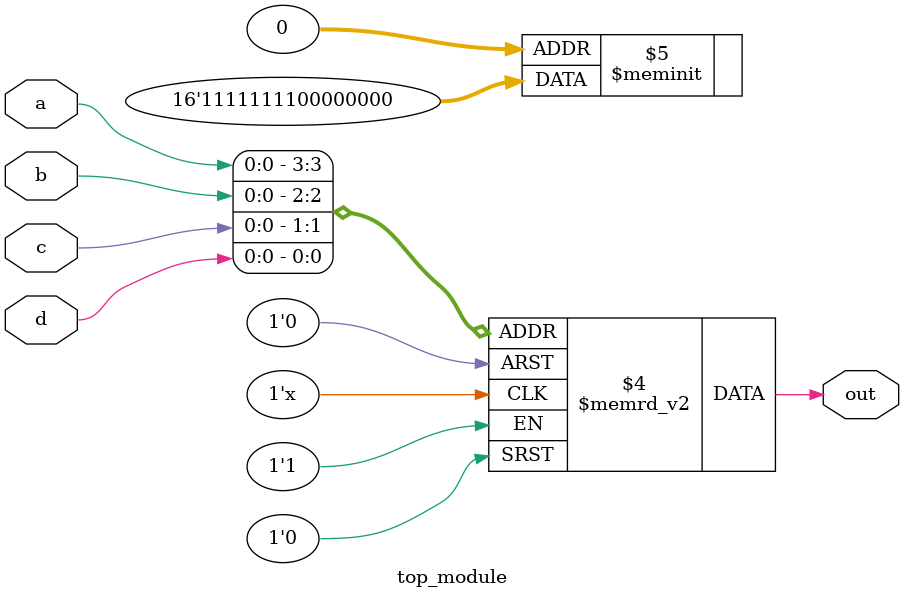
<source format=sv>
module top_module (
	input a, 
	input b,
	input c,
	input d,
	output reg out
);

always @ (*)
begin
	case ({a,b,c,d})
		4'b0000: out = 1'b0;
		4'b0001: out = 1'b0;
		4'b0010: out = 1'b0;
		4'b0011: out = 1'b0;
		4'b0100: out = 1'b0;
		4'b0101: out = 1'b0;
		4'b0110: out = 1'b0;
		4'b0111: out = 1'b0;
		4'b1000: out = 1'b1;
		4'b1001: out = 1'b1;
		4'b1010: out = 1'b1;
		4'b1011: out = 1'b1;
		4'b1100: out = 1'b1;
		4'b1101: out = 1'b1;
		4'b1110: out = 1'b1;
		4'b1111: out = 1'b1;
	endcase
end

endmodule

</source>
